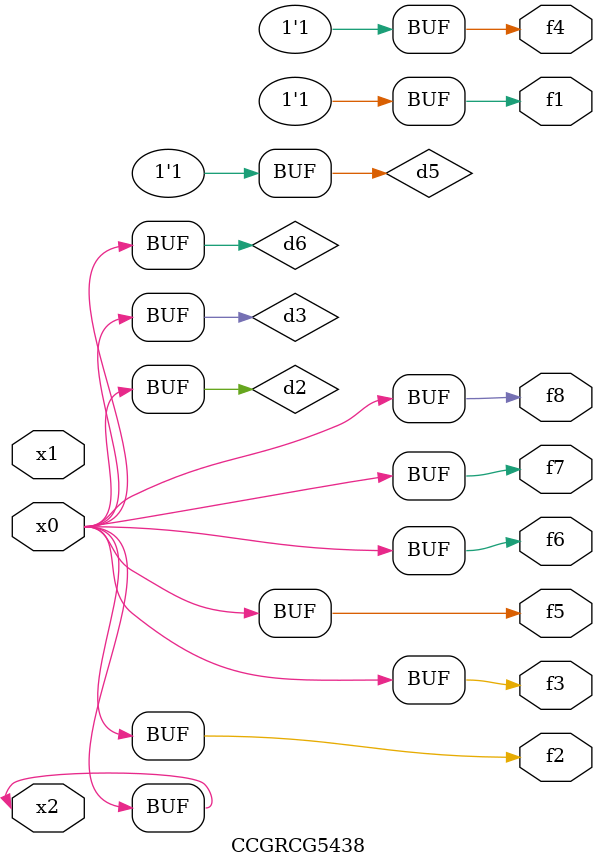
<source format=v>
module CCGRCG5438(
	input x0, x1, x2,
	output f1, f2, f3, f4, f5, f6, f7, f8
);

	wire d1, d2, d3, d4, d5, d6;

	xnor (d1, x2);
	buf (d2, x0, x2);
	and (d3, x0);
	xnor (d4, x1, x2);
	nand (d5, d1, d3);
	buf (d6, d2, d3);
	assign f1 = d5;
	assign f2 = d6;
	assign f3 = d6;
	assign f4 = d5;
	assign f5 = d6;
	assign f6 = d6;
	assign f7 = d6;
	assign f8 = d6;
endmodule

</source>
